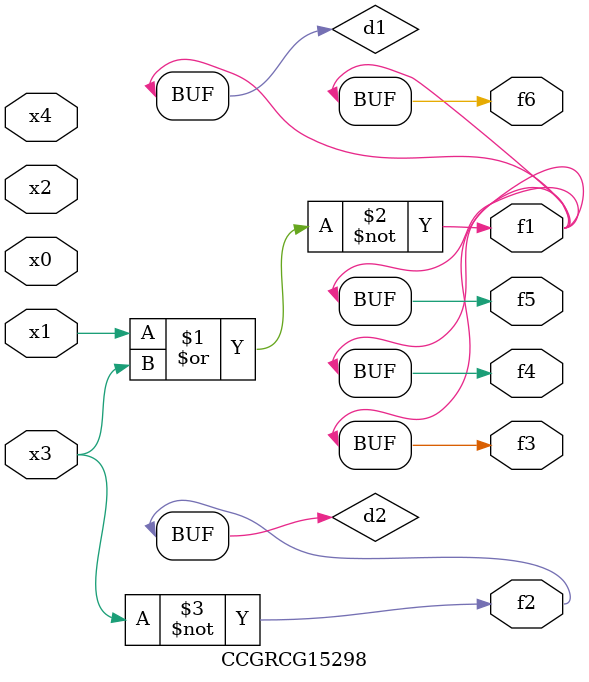
<source format=v>
module CCGRCG15298(
	input x0, x1, x2, x3, x4,
	output f1, f2, f3, f4, f5, f6
);

	wire d1, d2;

	nor (d1, x1, x3);
	not (d2, x3);
	assign f1 = d1;
	assign f2 = d2;
	assign f3 = d1;
	assign f4 = d1;
	assign f5 = d1;
	assign f6 = d1;
endmodule

</source>
